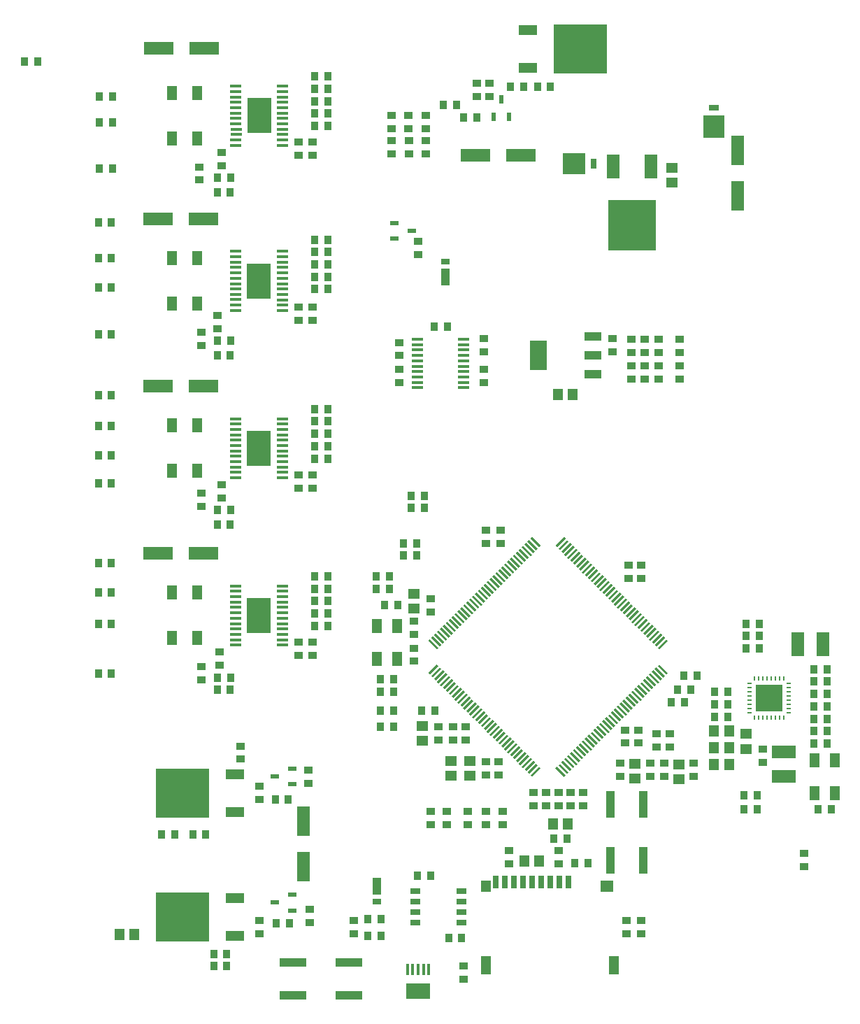
<source format=gtp>
G04 (created by PCBNEW (2013-05-18 BZR 4017)-stable) date Fri 16 Jan 2015 17:12:40 GMT*
%MOIN*%
G04 Gerber Fmt 3.4, Leading zero omitted, Abs format*
%FSLAX34Y34*%
G01*
G70*
G90*
G04 APERTURE LIST*
%ADD10C,0.00590551*%
%ADD11R,0.1142X0.0748*%
%ADD12R,0.0157X0.0531*%
%ADD13R,0.063X0.1181*%
%ADD14R,0.2283X0.2441*%
%ADD15R,0.0579X0.0165*%
%ADD16R,0.1181X0.1701*%
%ADD17R,0.0394X0.126*%
%ADD18R,0.126X0.0394*%
%ADD19R,0.0394X0.0236*%
%ADD20R,0.0236X0.0394*%
%ADD21R,0.08X0.144*%
%ADD22R,0.08X0.04*%
%ADD23R,0.1417X0.063*%
%ADD24R,0.063X0.1417*%
%ADD25R,0.0374X0.0394*%
%ADD26R,0.0394X0.0374*%
%ADD27R,0.0453X0.0709*%
%ADD28R,0.0453X0.0571*%
%ADD29R,0.0571X0.0453*%
%ADD30R,0.0906X0.0512*%
%ADD31R,0.2559X0.2323*%
%ADD32R,0.1142X0.0591*%
%ADD33R,0.0591X0.1142*%
%ADD34R,0.0433X0.0787*%
%ADD35R,0.0433X0.0315*%
%ADD36R,0.0472X0.0866*%
%ADD37R,0.0472X0.0551*%
%ADD38R,0.063X0.0551*%
%ADD39R,0.0276X0.063*%
%ADD40R,0.05X0.025*%
%ADD41R,0.0098X0.0236*%
%ADD42R,0.0236X0.0098*%
%ADD43R,0.1299X0.1299*%
%ADD44R,0.1X0.1051*%
%ADD45R,0.05X0.03*%
%ADD46R,0.1051X0.1*%
%ADD47R,0.03X0.05*%
%ADD48R,0.0472X0.0709*%
G04 APERTURE END LIST*
G54D10*
G54D11*
X19781Y787D03*
G54D12*
X19781Y1840D03*
X19525Y1840D03*
X19269Y1840D03*
X20037Y1840D03*
X20293Y1840D03*
G54D13*
X30890Y40115D03*
G54D14*
X29990Y37288D03*
G54D13*
X29090Y40115D03*
G54D15*
X13303Y34515D03*
X13303Y34771D03*
X13303Y35027D03*
X13303Y35283D03*
X11101Y33751D03*
X13303Y33747D03*
X13303Y34003D03*
X13303Y34259D03*
X11099Y35539D03*
X11099Y35283D03*
X11099Y35027D03*
X11099Y34771D03*
X11099Y34515D03*
X11099Y34259D03*
X13303Y35539D03*
X11101Y34003D03*
X13303Y33491D03*
X13303Y35795D03*
X11099Y35795D03*
X11099Y33491D03*
X13303Y33236D03*
X13303Y36050D03*
X11099Y36050D03*
X11099Y33236D03*
G54D16*
X12201Y34643D03*
G54D15*
X13302Y26542D03*
X13302Y26798D03*
X13302Y27054D03*
X13302Y27310D03*
X11100Y25778D03*
X13302Y25774D03*
X13302Y26030D03*
X13302Y26286D03*
X11098Y27566D03*
X11098Y27310D03*
X11098Y27054D03*
X11098Y26798D03*
X11098Y26542D03*
X11098Y26286D03*
X13302Y27566D03*
X11100Y26030D03*
X13302Y25518D03*
X13302Y27822D03*
X11098Y27822D03*
X11098Y25518D03*
X13302Y25263D03*
X13302Y28077D03*
X11098Y28077D03*
X11098Y25263D03*
G54D16*
X12200Y26670D03*
G54D15*
X13302Y18571D03*
X13302Y18827D03*
X13302Y19083D03*
X13302Y19339D03*
X11100Y17807D03*
X13302Y17803D03*
X13302Y18059D03*
X13302Y18315D03*
X11098Y19595D03*
X11098Y19339D03*
X11098Y19083D03*
X11098Y18827D03*
X11098Y18571D03*
X11098Y18315D03*
X13302Y19595D03*
X11100Y18059D03*
X13302Y17547D03*
X13302Y19851D03*
X11098Y19851D03*
X11098Y17547D03*
X13302Y17292D03*
X13302Y20106D03*
X11098Y20106D03*
X11098Y17292D03*
G54D16*
X12200Y18699D03*
G54D15*
X13304Y42391D03*
X13304Y42647D03*
X13304Y42903D03*
X13304Y43159D03*
X11102Y41627D03*
X13304Y41623D03*
X13304Y41879D03*
X13304Y42135D03*
X11100Y43415D03*
X11100Y43159D03*
X11100Y42903D03*
X11100Y42647D03*
X11100Y42391D03*
X11100Y42135D03*
X13304Y43415D03*
X11102Y41879D03*
X13304Y41367D03*
X13304Y43671D03*
X11100Y43671D03*
X11100Y41367D03*
X13304Y41112D03*
X13304Y43926D03*
X11100Y43926D03*
X11100Y41112D03*
G54D16*
X12202Y42519D03*
G54D15*
X19762Y30837D03*
X19762Y30581D03*
X19762Y30325D03*
X19762Y30069D03*
X21964Y31601D03*
X19762Y31605D03*
X19762Y31349D03*
X19762Y31093D03*
X21966Y29813D03*
X21966Y30069D03*
X21966Y30325D03*
X21966Y30581D03*
X21966Y30837D03*
X21966Y31093D03*
X19762Y29813D03*
X21964Y31349D03*
X19762Y31861D03*
X19762Y29557D03*
X21966Y29557D03*
X21966Y31861D03*
G54D17*
X30509Y7027D03*
X30509Y9705D03*
X28935Y9705D03*
X28935Y7027D03*
G54D18*
X13816Y591D03*
X16494Y591D03*
X16494Y2165D03*
X13816Y2165D03*
G54D19*
X13800Y4645D03*
X12968Y5020D03*
X13800Y5395D03*
X13800Y10649D03*
X12968Y11024D03*
X13800Y11399D03*
G54D20*
X23383Y42478D03*
X23758Y43310D03*
X24133Y42478D03*
G54D21*
X25509Y31106D03*
G54D22*
X28109Y31106D03*
X28109Y32006D03*
X28109Y30206D03*
G54D23*
X9577Y45748D03*
X7411Y45748D03*
X9546Y21654D03*
X7380Y21654D03*
X9546Y37598D03*
X7380Y37598D03*
X9546Y29626D03*
X7380Y29626D03*
G54D24*
X35029Y40855D03*
X35029Y38689D03*
G54D25*
X35411Y18307D03*
X36041Y18307D03*
X39288Y16142D03*
X38658Y16142D03*
X39288Y15551D03*
X38658Y15551D03*
X35411Y17717D03*
X36041Y17717D03*
X35411Y17126D03*
X36041Y17126D03*
X39288Y14370D03*
X38658Y14370D03*
X39288Y14961D03*
X38658Y14961D03*
X33934Y14469D03*
X34564Y14469D03*
X33934Y15059D03*
X34564Y15059D03*
X38658Y13189D03*
X39288Y13189D03*
G54D26*
X22600Y43423D03*
X22600Y44053D03*
X23200Y43423D03*
X23200Y44053D03*
X12202Y9921D03*
X12202Y10551D03*
X18896Y29803D03*
X18896Y30433D03*
X20372Y9370D03*
X20372Y8740D03*
G54D25*
X20096Y23819D03*
X19466Y23819D03*
G54D26*
X16731Y3524D03*
X16731Y4154D03*
G54D25*
X17990Y14173D03*
X18620Y14173D03*
X17990Y13386D03*
X18620Y13386D03*
X39289Y13780D03*
X38659Y13780D03*
X33934Y13878D03*
X34564Y13878D03*
G54D26*
X29722Y4154D03*
X29722Y3524D03*
X30411Y3524D03*
X30411Y4154D03*
G54D25*
X13601Y9942D03*
X12971Y9942D03*
X13640Y4016D03*
X13010Y4016D03*
G54D26*
X12222Y4154D03*
X12222Y3524D03*
X18896Y31713D03*
X18896Y31083D03*
G54D25*
X19703Y21555D03*
X19073Y21555D03*
G54D26*
X31159Y12441D03*
X31159Y13071D03*
G54D25*
X18423Y19980D03*
X17793Y19980D03*
X38856Y9449D03*
X39486Y9449D03*
X39289Y12598D03*
X38659Y12598D03*
X35313Y10138D03*
X35943Y10138D03*
X35313Y9449D03*
X35943Y9449D03*
X19703Y22146D03*
X19073Y22146D03*
X20096Y24409D03*
X19466Y24409D03*
G54D26*
X31789Y12441D03*
X31789Y13071D03*
G54D25*
X18423Y20571D03*
X17793Y20571D03*
G54D26*
X9447Y31575D03*
X9447Y32205D03*
G54D25*
X15470Y35433D03*
X14840Y35433D03*
X14841Y34839D03*
X15471Y34839D03*
X18620Y15650D03*
X17990Y15650D03*
X14840Y34252D03*
X15470Y34252D03*
G54D26*
X14762Y33382D03*
X14762Y32752D03*
G54D25*
X14840Y36024D03*
X15470Y36024D03*
G54D26*
X14073Y32752D03*
X14073Y33382D03*
X9447Y15630D03*
X9447Y16260D03*
G54D25*
X15470Y19390D03*
X14840Y19390D03*
X14839Y18796D03*
X15469Y18796D03*
G54D26*
X21159Y9370D03*
X21159Y8740D03*
G54D25*
X14840Y18209D03*
X15470Y18209D03*
G54D26*
X14760Y17438D03*
X14760Y16808D03*
G54D25*
X14840Y19980D03*
X15470Y19980D03*
G54D26*
X14071Y16808D03*
X14071Y17438D03*
X9348Y39449D03*
X9348Y40079D03*
G54D25*
X15470Y43209D03*
X14840Y43209D03*
X14842Y42617D03*
X15472Y42617D03*
X14840Y42028D03*
X15470Y42028D03*
G54D26*
X14763Y41258D03*
X14763Y40628D03*
G54D25*
X14840Y43799D03*
X15470Y43799D03*
G54D26*
X14074Y40628D03*
X14074Y41258D03*
X9447Y23898D03*
X9447Y24528D03*
G54D25*
X15470Y27362D03*
X14840Y27362D03*
X14840Y26768D03*
X15470Y26768D03*
X14840Y26181D03*
X15470Y26181D03*
G54D26*
X14761Y25410D03*
X14761Y24780D03*
G54D25*
X14840Y27953D03*
X15470Y27953D03*
G54D26*
X14072Y24780D03*
X14072Y25410D03*
X22144Y9370D03*
X22144Y8740D03*
G54D27*
X9250Y41437D03*
X8068Y41437D03*
G54D28*
X33895Y12402D03*
X34603Y12402D03*
X33895Y13189D03*
X34603Y13189D03*
G54D25*
X17400Y3445D03*
X18015Y3445D03*
G54D29*
X35431Y13052D03*
X35431Y12344D03*
G54D28*
X26435Y29248D03*
X27143Y29248D03*
G54D27*
X9250Y25591D03*
X8068Y25591D03*
X9250Y27756D03*
X8068Y27756D03*
X9250Y43602D03*
X8068Y43602D03*
X9250Y33563D03*
X8068Y33563D03*
X9250Y17618D03*
X8068Y17618D03*
X9250Y35728D03*
X8068Y35728D03*
X9250Y19783D03*
X8068Y19783D03*
G54D26*
X22932Y31279D03*
X22932Y31909D03*
G54D30*
X11063Y3431D03*
G54D31*
X8563Y4331D03*
G54D30*
X11063Y5231D03*
X11061Y9336D03*
G54D31*
X8561Y10236D03*
G54D30*
X11061Y11136D03*
X25018Y46609D03*
G54D31*
X27518Y45709D03*
G54D30*
X25018Y44809D03*
G54D25*
X8187Y8268D03*
X7557Y8268D03*
X10667Y2003D03*
X10037Y2003D03*
X24821Y43898D03*
X24191Y43898D03*
X10052Y2578D03*
X10667Y2578D03*
X9663Y8268D03*
X9048Y8268D03*
X26100Y43898D03*
X25485Y43898D03*
G54D26*
X22932Y30432D03*
X22932Y29802D03*
X36218Y12323D03*
X36218Y11693D03*
G54D32*
X37203Y12205D03*
X37203Y11023D03*
G54D33*
X37891Y17323D03*
X39073Y17323D03*
G54D28*
X34604Y11614D03*
X33896Y11614D03*
G54D25*
X10844Y31791D03*
X10214Y31791D03*
X10844Y39567D03*
X10214Y39567D03*
X10844Y15748D03*
X10214Y15748D03*
X10844Y23720D03*
X10214Y23720D03*
X10214Y31102D03*
X10829Y31102D03*
X10214Y38878D03*
X10829Y38878D03*
X10214Y15157D03*
X10829Y15157D03*
X10214Y23031D03*
X10829Y23031D03*
X14840Y28543D03*
X15470Y28543D03*
X14840Y44390D03*
X15470Y44390D03*
X14840Y36614D03*
X15470Y36614D03*
X14840Y20571D03*
X15470Y20571D03*
G54D28*
X25549Y6988D03*
X24841Y6988D03*
G54D34*
X17813Y5807D03*
G54D35*
X17813Y5059D03*
G54D36*
X23030Y2027D03*
X29132Y2027D03*
G54D37*
X23030Y5807D03*
G54D38*
X28778Y5807D03*
G54D39*
X26947Y6004D03*
X26514Y6004D03*
X26081Y6004D03*
X25648Y6004D03*
X25215Y6004D03*
X24782Y6004D03*
X24349Y6004D03*
X23916Y6004D03*
X23483Y6004D03*
G54D26*
X32911Y11024D03*
X32911Y11654D03*
X30864Y11024D03*
X30864Y11654D03*
G54D25*
X18187Y19193D03*
X18817Y19193D03*
G54D26*
X27655Y10256D03*
X27655Y9626D03*
G54D25*
X26258Y8071D03*
X26888Y8071D03*
G54D26*
X20766Y13406D03*
X20766Y12776D03*
G54D10*
G36*
X25553Y21954D02*
X25135Y22372D01*
X25213Y22450D01*
X25631Y22032D01*
X25553Y21954D01*
X25553Y21954D01*
G37*
G36*
X25414Y21815D02*
X24996Y22232D01*
X25074Y22310D01*
X25492Y21892D01*
X25414Y21815D01*
X25414Y21815D01*
G37*
G36*
X25275Y21675D02*
X24857Y22093D01*
X24935Y22171D01*
X25353Y21753D01*
X25275Y21675D01*
X25275Y21675D01*
G37*
G36*
X25135Y21536D02*
X24718Y21954D01*
X24795Y22032D01*
X25213Y21614D01*
X25135Y21536D01*
X25135Y21536D01*
G37*
G36*
X24996Y21397D02*
X24578Y21815D01*
X24656Y21892D01*
X25074Y21474D01*
X24996Y21397D01*
X24996Y21397D01*
G37*
G36*
X24858Y21258D02*
X24440Y21676D01*
X24517Y21754D01*
X24935Y21336D01*
X24858Y21258D01*
X24858Y21258D01*
G37*
G36*
X24718Y21119D02*
X24300Y21537D01*
X24378Y21614D01*
X24796Y21197D01*
X24718Y21119D01*
X24718Y21119D01*
G37*
G36*
X24579Y20979D02*
X24161Y21397D01*
X24239Y21475D01*
X24657Y21057D01*
X24579Y20979D01*
X24579Y20979D01*
G37*
G36*
X24440Y20840D02*
X24022Y21258D01*
X24100Y21336D01*
X24517Y20918D01*
X24440Y20840D01*
X24440Y20840D01*
G37*
G36*
X24300Y20701D02*
X23882Y21119D01*
X23960Y21197D01*
X24378Y20779D01*
X24300Y20701D01*
X24300Y20701D01*
G37*
G36*
X24161Y20562D02*
X23743Y20979D01*
X23821Y21057D01*
X24239Y20639D01*
X24161Y20562D01*
X24161Y20562D01*
G37*
G36*
X24022Y20423D02*
X23605Y20841D01*
X23682Y20919D01*
X24100Y20501D01*
X24022Y20423D01*
X24022Y20423D01*
G37*
G36*
X23883Y20284D02*
X23465Y20702D01*
X23543Y20779D01*
X23961Y20361D01*
X23883Y20284D01*
X23883Y20284D01*
G37*
G36*
X23744Y20144D02*
X23326Y20562D01*
X23404Y20640D01*
X23822Y20222D01*
X23744Y20144D01*
X23744Y20144D01*
G37*
G36*
X23605Y20005D02*
X23187Y20423D01*
X23264Y20501D01*
X23682Y20083D01*
X23605Y20005D01*
X23605Y20005D01*
G37*
G36*
X23465Y19866D02*
X23047Y20284D01*
X23125Y20361D01*
X23543Y19944D01*
X23465Y19866D01*
X23465Y19866D01*
G37*
G36*
X23326Y19726D02*
X22908Y20144D01*
X22986Y20222D01*
X23404Y19804D01*
X23326Y19726D01*
X23326Y19726D01*
G37*
G36*
X23187Y19587D02*
X22769Y20005D01*
X22847Y20083D01*
X23264Y19665D01*
X23187Y19587D01*
X23187Y19587D01*
G37*
G36*
X23048Y19449D02*
X22630Y19866D01*
X22708Y19944D01*
X23126Y19526D01*
X23048Y19449D01*
X23048Y19449D01*
G37*
G36*
X22909Y19309D02*
X22491Y19727D01*
X22569Y19805D01*
X22987Y19387D01*
X22909Y19309D01*
X22909Y19309D01*
G37*
G36*
X22769Y19170D02*
X22352Y19588D01*
X22429Y19666D01*
X22847Y19248D01*
X22769Y19170D01*
X22769Y19170D01*
G37*
G36*
X22630Y19031D02*
X22212Y19449D01*
X22290Y19526D01*
X22708Y19108D01*
X22630Y19031D01*
X22630Y19031D01*
G37*
G36*
X22491Y18891D02*
X22073Y19309D01*
X22151Y19387D01*
X22569Y18969D01*
X22491Y18891D01*
X22491Y18891D01*
G37*
G36*
X22352Y18752D02*
X21934Y19170D01*
X22011Y19248D01*
X22429Y18830D01*
X22352Y18752D01*
X22352Y18752D01*
G37*
G36*
X22212Y18613D02*
X21794Y19031D01*
X21872Y19108D01*
X22290Y18691D01*
X22212Y18613D01*
X22212Y18613D01*
G37*
G36*
X22074Y18474D02*
X21656Y18892D01*
X21734Y18970D01*
X22151Y18552D01*
X22074Y18474D01*
X22074Y18474D01*
G37*
G36*
X21934Y18335D02*
X21516Y18753D01*
X21594Y18831D01*
X22012Y18413D01*
X21934Y18335D01*
X21934Y18335D01*
G37*
G36*
X21795Y18196D02*
X21377Y18613D01*
X21455Y18691D01*
X21873Y18273D01*
X21795Y18196D01*
X21795Y18196D01*
G37*
G36*
X21656Y18056D02*
X21238Y18474D01*
X21316Y18552D01*
X21734Y18134D01*
X21656Y18056D01*
X21656Y18056D01*
G37*
G36*
X21516Y17917D02*
X21099Y18335D01*
X21176Y18413D01*
X21594Y17995D01*
X21516Y17917D01*
X21516Y17917D01*
G37*
G36*
X21377Y17778D02*
X20959Y18196D01*
X21037Y18273D01*
X21455Y17855D01*
X21377Y17778D01*
X21377Y17778D01*
G37*
G36*
X21239Y17639D02*
X20821Y18057D01*
X20898Y18135D01*
X21316Y17717D01*
X21239Y17639D01*
X21239Y17639D01*
G37*
G36*
X21099Y17500D02*
X20681Y17918D01*
X20759Y17995D01*
X21177Y17578D01*
X21099Y17500D01*
X21099Y17500D01*
G37*
G36*
X20960Y17360D02*
X20542Y17778D01*
X20620Y17856D01*
X21038Y17438D01*
X20960Y17360D01*
X20960Y17360D01*
G37*
G36*
X20821Y17221D02*
X20403Y17639D01*
X20481Y17717D01*
X20898Y17299D01*
X20821Y17221D01*
X20821Y17221D01*
G37*
G36*
X20681Y17082D02*
X20263Y17500D01*
X20341Y17578D01*
X20759Y17160D01*
X20681Y17082D01*
X20681Y17082D01*
G37*
G36*
X26750Y11013D02*
X26332Y11431D01*
X26410Y11509D01*
X26828Y11091D01*
X26750Y11013D01*
X26750Y11013D01*
G37*
G36*
X26889Y11153D02*
X26471Y11571D01*
X26549Y11648D01*
X26967Y11231D01*
X26889Y11153D01*
X26889Y11153D01*
G37*
G36*
X27028Y11292D02*
X26610Y11710D01*
X26688Y11788D01*
X27106Y11370D01*
X27028Y11292D01*
X27028Y11292D01*
G37*
G36*
X27168Y11431D02*
X26750Y11849D01*
X26828Y11927D01*
X27245Y11509D01*
X27168Y11431D01*
X27168Y11431D01*
G37*
G36*
X27307Y11571D02*
X26889Y11989D01*
X26967Y12066D01*
X27385Y11648D01*
X27307Y11571D01*
X27307Y11571D01*
G37*
G36*
X27446Y11709D02*
X27028Y12127D01*
X27105Y12205D01*
X27523Y11787D01*
X27446Y11709D01*
X27446Y11709D01*
G37*
G36*
X27585Y11849D02*
X27167Y12266D01*
X27245Y12344D01*
X27663Y11926D01*
X27585Y11849D01*
X27585Y11849D01*
G37*
G36*
X27724Y11988D02*
X27306Y12406D01*
X27384Y12484D01*
X27802Y12066D01*
X27724Y11988D01*
X27724Y11988D01*
G37*
G36*
X27863Y12127D02*
X27446Y12545D01*
X27523Y12623D01*
X27941Y12205D01*
X27863Y12127D01*
X27863Y12127D01*
G37*
G36*
X28003Y12266D02*
X27585Y12684D01*
X27663Y12762D01*
X28081Y12344D01*
X28003Y12266D01*
X28003Y12266D01*
G37*
G36*
X28142Y12406D02*
X27724Y12824D01*
X27802Y12901D01*
X28220Y12484D01*
X28142Y12406D01*
X28142Y12406D01*
G37*
G36*
X28281Y12544D02*
X27863Y12962D01*
X27941Y13040D01*
X28358Y12622D01*
X28281Y12544D01*
X28281Y12544D01*
G37*
G36*
X28420Y12684D02*
X28002Y13102D01*
X28080Y13179D01*
X28498Y12761D01*
X28420Y12684D01*
X28420Y12684D01*
G37*
G36*
X28559Y12823D02*
X28141Y13241D01*
X28219Y13319D01*
X28637Y12901D01*
X28559Y12823D01*
X28559Y12823D01*
G37*
G36*
X28699Y12962D02*
X28281Y13380D01*
X28358Y13458D01*
X28776Y13040D01*
X28699Y12962D01*
X28699Y12962D01*
G37*
G36*
X28838Y13102D02*
X28420Y13519D01*
X28498Y13597D01*
X28916Y13179D01*
X28838Y13102D01*
X28838Y13102D01*
G37*
G36*
X28977Y13241D02*
X28559Y13659D01*
X28637Y13737D01*
X29055Y13319D01*
X28977Y13241D01*
X28977Y13241D01*
G37*
G36*
X29116Y13380D02*
X28699Y13798D01*
X28776Y13876D01*
X29194Y13458D01*
X29116Y13380D01*
X29116Y13380D01*
G37*
G36*
X29255Y13519D02*
X28837Y13937D01*
X28915Y14014D01*
X29333Y13597D01*
X29255Y13519D01*
X29255Y13519D01*
G37*
G36*
X29394Y13658D02*
X28976Y14076D01*
X29054Y14154D01*
X29472Y13736D01*
X29394Y13658D01*
X29394Y13658D01*
G37*
G36*
X29534Y13797D02*
X29116Y14215D01*
X29194Y14293D01*
X29611Y13875D01*
X29534Y13797D01*
X29534Y13797D01*
G37*
G36*
X29673Y13937D02*
X29255Y14355D01*
X29333Y14432D01*
X29751Y14014D01*
X29673Y13937D01*
X29673Y13937D01*
G37*
G36*
X29812Y14076D02*
X29394Y14494D01*
X29472Y14572D01*
X29890Y14154D01*
X29812Y14076D01*
X29812Y14076D01*
G37*
G36*
X29952Y14215D02*
X29534Y14633D01*
X29611Y14711D01*
X30029Y14293D01*
X29952Y14215D01*
X29952Y14215D01*
G37*
G36*
X30091Y14355D02*
X29673Y14772D01*
X29751Y14850D01*
X30169Y14432D01*
X30091Y14355D01*
X30091Y14355D01*
G37*
G36*
X30229Y14493D02*
X29812Y14911D01*
X29889Y14989D01*
X30307Y14571D01*
X30229Y14493D01*
X30229Y14493D01*
G37*
G36*
X30369Y14632D02*
X29951Y15050D01*
X30029Y15128D01*
X30447Y14710D01*
X30369Y14632D01*
X30369Y14632D01*
G37*
G36*
X30508Y14772D02*
X30090Y15190D01*
X30168Y15267D01*
X30586Y14850D01*
X30508Y14772D01*
X30508Y14772D01*
G37*
G36*
X30647Y14911D02*
X30229Y15329D01*
X30307Y15407D01*
X30725Y14989D01*
X30647Y14911D01*
X30647Y14911D01*
G37*
G36*
X30787Y15050D02*
X30369Y15468D01*
X30447Y15546D01*
X30864Y15128D01*
X30787Y15050D01*
X30787Y15050D01*
G37*
G36*
X30926Y15190D02*
X30508Y15608D01*
X30586Y15685D01*
X31004Y15267D01*
X30926Y15190D01*
X30926Y15190D01*
G37*
G36*
X31065Y15328D02*
X30647Y15746D01*
X30724Y15824D01*
X31142Y15406D01*
X31065Y15328D01*
X31065Y15328D01*
G37*
G36*
X31204Y15468D02*
X30786Y15885D01*
X30864Y15963D01*
X31282Y15545D01*
X31204Y15468D01*
X31204Y15468D01*
G37*
G36*
X31343Y15607D02*
X30925Y16025D01*
X31003Y16103D01*
X31421Y15685D01*
X31343Y15607D01*
X31343Y15607D01*
G37*
G36*
X31482Y15746D02*
X31065Y16164D01*
X31142Y16242D01*
X31560Y15824D01*
X31482Y15746D01*
X31482Y15746D01*
G37*
G36*
X31622Y15885D02*
X31204Y16303D01*
X31282Y16381D01*
X31700Y15963D01*
X31622Y15885D01*
X31622Y15885D01*
G37*
G36*
X20341Y15885D02*
X20263Y15963D01*
X20681Y16381D01*
X20759Y16303D01*
X20341Y15885D01*
X20341Y15885D01*
G37*
G36*
X20481Y15746D02*
X20403Y15824D01*
X20821Y16242D01*
X20898Y16164D01*
X20481Y15746D01*
X20481Y15746D01*
G37*
G36*
X20620Y15607D02*
X20542Y15685D01*
X20960Y16103D01*
X21038Y16025D01*
X20620Y15607D01*
X20620Y15607D01*
G37*
G36*
X20759Y15468D02*
X20681Y15545D01*
X21099Y15963D01*
X21177Y15885D01*
X20759Y15468D01*
X20759Y15468D01*
G37*
G36*
X20898Y15328D02*
X20821Y15406D01*
X21239Y15824D01*
X21316Y15746D01*
X20898Y15328D01*
X20898Y15328D01*
G37*
G36*
X21037Y15190D02*
X20959Y15267D01*
X21377Y15685D01*
X21455Y15608D01*
X21037Y15190D01*
X21037Y15190D01*
G37*
G36*
X21176Y15050D02*
X21099Y15128D01*
X21516Y15546D01*
X21594Y15468D01*
X21176Y15050D01*
X21176Y15050D01*
G37*
G36*
X21316Y14911D02*
X21238Y14989D01*
X21656Y15407D01*
X21734Y15329D01*
X21316Y14911D01*
X21316Y14911D01*
G37*
G36*
X21455Y14772D02*
X21377Y14850D01*
X21795Y15267D01*
X21873Y15190D01*
X21455Y14772D01*
X21455Y14772D01*
G37*
G36*
X21594Y14632D02*
X21516Y14710D01*
X21934Y15128D01*
X22012Y15050D01*
X21594Y14632D01*
X21594Y14632D01*
G37*
G36*
X21734Y14493D02*
X21656Y14571D01*
X22074Y14989D01*
X22151Y14911D01*
X21734Y14493D01*
X21734Y14493D01*
G37*
G36*
X21872Y14355D02*
X21794Y14432D01*
X22212Y14850D01*
X22290Y14772D01*
X21872Y14355D01*
X21872Y14355D01*
G37*
G36*
X22011Y14215D02*
X21934Y14293D01*
X22352Y14711D01*
X22429Y14633D01*
X22011Y14215D01*
X22011Y14215D01*
G37*
G36*
X22151Y14076D02*
X22073Y14154D01*
X22491Y14572D01*
X22569Y14494D01*
X22151Y14076D01*
X22151Y14076D01*
G37*
G36*
X22290Y13937D02*
X22212Y14014D01*
X22630Y14432D01*
X22708Y14355D01*
X22290Y13937D01*
X22290Y13937D01*
G37*
G36*
X22429Y13797D02*
X22352Y13875D01*
X22769Y14293D01*
X22847Y14215D01*
X22429Y13797D01*
X22429Y13797D01*
G37*
G36*
X22569Y13658D02*
X22491Y13736D01*
X22909Y14154D01*
X22987Y14076D01*
X22569Y13658D01*
X22569Y13658D01*
G37*
G36*
X22708Y13519D02*
X22630Y13597D01*
X23048Y14014D01*
X23126Y13937D01*
X22708Y13519D01*
X22708Y13519D01*
G37*
G36*
X22847Y13380D02*
X22769Y13458D01*
X23187Y13876D01*
X23264Y13798D01*
X22847Y13380D01*
X22847Y13380D01*
G37*
G36*
X22986Y13241D02*
X22908Y13319D01*
X23326Y13737D01*
X23404Y13659D01*
X22986Y13241D01*
X22986Y13241D01*
G37*
G36*
X23125Y13102D02*
X23047Y13179D01*
X23465Y13597D01*
X23543Y13519D01*
X23125Y13102D01*
X23125Y13102D01*
G37*
G36*
X23264Y12962D02*
X23187Y13040D01*
X23605Y13458D01*
X23682Y13380D01*
X23264Y12962D01*
X23264Y12962D01*
G37*
G36*
X23404Y12823D02*
X23326Y12901D01*
X23744Y13319D01*
X23822Y13241D01*
X23404Y12823D01*
X23404Y12823D01*
G37*
G36*
X23543Y12684D02*
X23465Y12761D01*
X23883Y13179D01*
X23961Y13102D01*
X23543Y12684D01*
X23543Y12684D01*
G37*
G36*
X23682Y12544D02*
X23605Y12622D01*
X24022Y13040D01*
X24100Y12962D01*
X23682Y12544D01*
X23682Y12544D01*
G37*
G36*
X23821Y12406D02*
X23743Y12484D01*
X24161Y12901D01*
X24239Y12824D01*
X23821Y12406D01*
X23821Y12406D01*
G37*
G36*
X23960Y12266D02*
X23882Y12344D01*
X24300Y12762D01*
X24378Y12684D01*
X23960Y12266D01*
X23960Y12266D01*
G37*
G36*
X24100Y12127D02*
X24022Y12205D01*
X24440Y12623D01*
X24517Y12545D01*
X24100Y12127D01*
X24100Y12127D01*
G37*
G36*
X24239Y11988D02*
X24161Y12066D01*
X24579Y12484D01*
X24657Y12406D01*
X24239Y11988D01*
X24239Y11988D01*
G37*
G36*
X24378Y11849D02*
X24300Y11926D01*
X24718Y12344D01*
X24796Y12266D01*
X24378Y11849D01*
X24378Y11849D01*
G37*
G36*
X24517Y11709D02*
X24440Y11787D01*
X24858Y12205D01*
X24935Y12127D01*
X24517Y11709D01*
X24517Y11709D01*
G37*
G36*
X24656Y11571D02*
X24578Y11648D01*
X24996Y12066D01*
X25074Y11989D01*
X24656Y11571D01*
X24656Y11571D01*
G37*
G36*
X24795Y11431D02*
X24718Y11509D01*
X25135Y11927D01*
X25213Y11849D01*
X24795Y11431D01*
X24795Y11431D01*
G37*
G36*
X24935Y11292D02*
X24857Y11370D01*
X25275Y11788D01*
X25353Y11710D01*
X24935Y11292D01*
X24935Y11292D01*
G37*
G36*
X25074Y11153D02*
X24996Y11231D01*
X25414Y11648D01*
X25492Y11571D01*
X25074Y11153D01*
X25074Y11153D01*
G37*
G36*
X25213Y11013D02*
X25135Y11091D01*
X25553Y11509D01*
X25631Y11431D01*
X25213Y11013D01*
X25213Y11013D01*
G37*
G36*
X31282Y17082D02*
X31204Y17160D01*
X31622Y17578D01*
X31700Y17500D01*
X31282Y17082D01*
X31282Y17082D01*
G37*
G36*
X31142Y17221D02*
X31065Y17299D01*
X31482Y17717D01*
X31560Y17639D01*
X31142Y17221D01*
X31142Y17221D01*
G37*
G36*
X31003Y17360D02*
X30925Y17438D01*
X31343Y17856D01*
X31421Y17778D01*
X31003Y17360D01*
X31003Y17360D01*
G37*
G36*
X30864Y17500D02*
X30786Y17578D01*
X31204Y17995D01*
X31282Y17918D01*
X30864Y17500D01*
X30864Y17500D01*
G37*
G36*
X30724Y17639D02*
X30647Y17717D01*
X31065Y18135D01*
X31142Y18057D01*
X30724Y17639D01*
X30724Y17639D01*
G37*
G36*
X30586Y17778D02*
X30508Y17855D01*
X30926Y18273D01*
X31004Y18196D01*
X30586Y17778D01*
X30586Y17778D01*
G37*
G36*
X30447Y17917D02*
X30369Y17995D01*
X30787Y18413D01*
X30864Y18335D01*
X30447Y17917D01*
X30447Y17917D01*
G37*
G36*
X30307Y18056D02*
X30229Y18134D01*
X30647Y18552D01*
X30725Y18474D01*
X30307Y18056D01*
X30307Y18056D01*
G37*
G36*
X30168Y18196D02*
X30090Y18273D01*
X30508Y18691D01*
X30586Y18613D01*
X30168Y18196D01*
X30168Y18196D01*
G37*
G36*
X30029Y18335D02*
X29951Y18413D01*
X30369Y18831D01*
X30447Y18753D01*
X30029Y18335D01*
X30029Y18335D01*
G37*
G36*
X29889Y18474D02*
X29812Y18552D01*
X30229Y18970D01*
X30307Y18892D01*
X29889Y18474D01*
X29889Y18474D01*
G37*
G36*
X29751Y18613D02*
X29673Y18691D01*
X30091Y19108D01*
X30169Y19031D01*
X29751Y18613D01*
X29751Y18613D01*
G37*
G36*
X29611Y18752D02*
X29534Y18830D01*
X29952Y19248D01*
X30029Y19170D01*
X29611Y18752D01*
X29611Y18752D01*
G37*
G36*
X29472Y18891D02*
X29394Y18969D01*
X29812Y19387D01*
X29890Y19309D01*
X29472Y18891D01*
X29472Y18891D01*
G37*
G36*
X29333Y19031D02*
X29255Y19108D01*
X29673Y19526D01*
X29751Y19449D01*
X29333Y19031D01*
X29333Y19031D01*
G37*
G36*
X29194Y19170D02*
X29116Y19248D01*
X29534Y19666D01*
X29611Y19588D01*
X29194Y19170D01*
X29194Y19170D01*
G37*
G36*
X29054Y19309D02*
X28976Y19387D01*
X29394Y19805D01*
X29472Y19727D01*
X29054Y19309D01*
X29054Y19309D01*
G37*
G36*
X28915Y19449D02*
X28837Y19526D01*
X29255Y19944D01*
X29333Y19866D01*
X28915Y19449D01*
X28915Y19449D01*
G37*
G36*
X28776Y19587D02*
X28699Y19665D01*
X29116Y20083D01*
X29194Y20005D01*
X28776Y19587D01*
X28776Y19587D01*
G37*
G36*
X28637Y19726D02*
X28559Y19804D01*
X28977Y20222D01*
X29055Y20144D01*
X28637Y19726D01*
X28637Y19726D01*
G37*
G36*
X28498Y19866D02*
X28420Y19944D01*
X28838Y20361D01*
X28916Y20284D01*
X28498Y19866D01*
X28498Y19866D01*
G37*
G36*
X28358Y20005D02*
X28281Y20083D01*
X28699Y20501D01*
X28776Y20423D01*
X28358Y20005D01*
X28358Y20005D01*
G37*
G36*
X28219Y20144D02*
X28141Y20222D01*
X28559Y20640D01*
X28637Y20562D01*
X28219Y20144D01*
X28219Y20144D01*
G37*
G36*
X28080Y20284D02*
X28002Y20361D01*
X28420Y20779D01*
X28498Y20702D01*
X28080Y20284D01*
X28080Y20284D01*
G37*
G36*
X27941Y20423D02*
X27863Y20501D01*
X28281Y20919D01*
X28358Y20841D01*
X27941Y20423D01*
X27941Y20423D01*
G37*
G36*
X27802Y20562D02*
X27724Y20639D01*
X28142Y21057D01*
X28220Y20979D01*
X27802Y20562D01*
X27802Y20562D01*
G37*
G36*
X27663Y20701D02*
X27585Y20779D01*
X28003Y21197D01*
X28081Y21119D01*
X27663Y20701D01*
X27663Y20701D01*
G37*
G36*
X27523Y20840D02*
X27446Y20918D01*
X27863Y21336D01*
X27941Y21258D01*
X27523Y20840D01*
X27523Y20840D01*
G37*
G36*
X27384Y20979D02*
X27306Y21057D01*
X27724Y21475D01*
X27802Y21397D01*
X27384Y20979D01*
X27384Y20979D01*
G37*
G36*
X27245Y21119D02*
X27167Y21197D01*
X27585Y21614D01*
X27663Y21537D01*
X27245Y21119D01*
X27245Y21119D01*
G37*
G36*
X27105Y21258D02*
X27028Y21336D01*
X27446Y21754D01*
X27523Y21676D01*
X27105Y21258D01*
X27105Y21258D01*
G37*
G36*
X26967Y21397D02*
X26889Y21474D01*
X27307Y21892D01*
X27385Y21815D01*
X26967Y21397D01*
X26967Y21397D01*
G37*
G36*
X26828Y21536D02*
X26750Y21614D01*
X27168Y22032D01*
X27245Y21954D01*
X26828Y21536D01*
X26828Y21536D01*
G37*
G36*
X26688Y21675D02*
X26610Y21753D01*
X27028Y22171D01*
X27106Y22093D01*
X26688Y21675D01*
X26688Y21675D01*
G37*
G36*
X26549Y21815D02*
X26471Y21892D01*
X26889Y22310D01*
X26967Y22232D01*
X26549Y21815D01*
X26549Y21815D01*
G37*
G36*
X26410Y21954D02*
X26332Y22032D01*
X26750Y22450D01*
X26828Y22372D01*
X26410Y21954D01*
X26410Y21954D01*
G37*
G54D29*
X21356Y11771D03*
X21356Y11063D03*
X19585Y19036D03*
X19585Y19744D03*
G54D28*
X26219Y8760D03*
X26927Y8760D03*
G54D29*
X19978Y13445D03*
X19978Y12737D03*
X30116Y11634D03*
X30116Y10926D03*
X32222Y11614D03*
X32222Y10906D03*
G54D25*
X31868Y14567D03*
X32498Y14567D03*
X18030Y4232D03*
X17400Y4232D03*
G54D26*
X19585Y17795D03*
X19585Y18425D03*
X19585Y17146D03*
X19585Y16516D03*
X23620Y11732D03*
X23620Y11102D03*
G54D25*
X32163Y15157D03*
X32793Y15157D03*
G54D26*
X29821Y20453D03*
X29821Y21083D03*
X30411Y20453D03*
X30411Y21083D03*
X21455Y13406D03*
X21455Y12776D03*
X23029Y11732D03*
X23029Y11102D03*
X22045Y13406D03*
X22045Y12776D03*
X20372Y18878D03*
X20372Y19508D03*
X23029Y22126D03*
X23029Y22756D03*
G54D25*
X18620Y15059D03*
X17990Y15059D03*
G54D26*
X27065Y10256D03*
X27065Y9626D03*
X23029Y9370D03*
X23029Y8740D03*
X25884Y10256D03*
X25884Y9626D03*
X23718Y22126D03*
X23718Y22756D03*
G54D25*
X20588Y14173D03*
X19958Y14173D03*
G54D26*
X26474Y9626D03*
X26474Y10256D03*
G54D29*
X22242Y11771D03*
X22242Y11063D03*
G54D25*
X20550Y32480D03*
X21180Y32480D03*
G54D40*
X21866Y4073D03*
X21866Y4573D03*
X21866Y5073D03*
X21866Y5573D03*
X19666Y5573D03*
X19666Y5073D03*
X19666Y4573D03*
X19666Y4073D03*
G54D25*
X21238Y3346D03*
X21868Y3346D03*
X19762Y6299D03*
X20392Y6299D03*
G54D26*
X19781Y36535D03*
X19781Y35905D03*
X20155Y41319D03*
X20155Y40689D03*
X19348Y41319D03*
X19348Y40689D03*
G54D41*
X35826Y13820D03*
X36023Y13820D03*
X36220Y13820D03*
X36417Y13820D03*
X36613Y13820D03*
X36810Y13820D03*
X37007Y13820D03*
X37204Y13820D03*
G54D42*
X37460Y14862D03*
X37460Y15058D03*
X37460Y15255D03*
X37460Y15452D03*
G54D43*
X36514Y14764D03*
G54D42*
X37460Y14075D03*
X37460Y14272D03*
X37460Y14469D03*
X37460Y14665D03*
G54D41*
X37202Y15708D03*
X37005Y15709D03*
X36809Y15709D03*
X36612Y15709D03*
X36415Y15709D03*
X36218Y15709D03*
X36021Y15709D03*
X35824Y15709D03*
G54D42*
X35569Y15453D03*
X35569Y15256D03*
X35569Y15059D03*
X35569Y14863D03*
X35569Y14666D03*
X35569Y14469D03*
X35569Y14272D03*
X35569Y14075D03*
G54D25*
X5165Y29188D03*
X4535Y29188D03*
G54D44*
X33896Y41988D03*
G54D45*
X33896Y42914D03*
G54D46*
X27230Y40228D03*
G54D47*
X28156Y40228D03*
G54D26*
X10234Y32362D03*
X10234Y32992D03*
X10431Y40138D03*
X10431Y40768D03*
X10333Y16319D03*
X10333Y16949D03*
X10431Y24291D03*
X10431Y24921D03*
G54D48*
X38699Y11811D03*
X38699Y10237D03*
X39643Y10237D03*
X39643Y11811D03*
X18777Y16634D03*
X18777Y18208D03*
X17833Y18208D03*
X17833Y16634D03*
G54D26*
X25293Y10256D03*
X25293Y9626D03*
X23817Y9370D03*
X23817Y8740D03*
G54D25*
X27242Y6890D03*
X27872Y6890D03*
G54D26*
X26474Y6870D03*
X26474Y7500D03*
G54D25*
X32458Y15846D03*
X33088Y15846D03*
G54D26*
X24112Y6870D03*
X24112Y7500D03*
G54D19*
X18643Y37415D03*
X19475Y37040D03*
X18643Y36665D03*
G54D34*
X21079Y34830D03*
G54D35*
X21079Y35578D03*
G54D25*
X22596Y42441D03*
X21966Y42441D03*
G54D26*
X14565Y10709D03*
X14565Y11339D03*
X14604Y4055D03*
X14604Y4685D03*
X38187Y6732D03*
X38187Y7362D03*
X21966Y1378D03*
X21966Y2008D03*
X31514Y11024D03*
X31514Y11654D03*
X29407Y11024D03*
X29407Y11654D03*
X20155Y41909D03*
X20155Y42524D03*
X19329Y41909D03*
X19329Y42524D03*
X18522Y41909D03*
X18522Y42524D03*
G54D23*
X22517Y40638D03*
X24683Y40638D03*
G54D24*
X14329Y8898D03*
X14329Y6732D03*
G54D25*
X5165Y34338D03*
X4535Y34338D03*
X5215Y42188D03*
X4585Y42188D03*
X4585Y39988D03*
X5215Y39988D03*
X5165Y37438D03*
X4535Y37438D03*
X4535Y35738D03*
X5165Y35738D03*
X21615Y43038D03*
X20985Y43038D03*
X4535Y32088D03*
X5165Y32088D03*
X5165Y21188D03*
X4535Y21188D03*
X4535Y19788D03*
X5165Y19788D03*
X5165Y18288D03*
X4535Y18288D03*
X4535Y15938D03*
X5165Y15938D03*
X4585Y43438D03*
X5215Y43438D03*
G54D26*
X30273Y12618D03*
X30273Y13248D03*
X29045Y31890D03*
X29045Y31260D03*
X11333Y12480D03*
X11333Y11850D03*
G54D29*
X31880Y40042D03*
X31880Y39334D03*
G54D25*
X4535Y27738D03*
X5165Y27738D03*
X5165Y26338D03*
X4535Y26338D03*
X4535Y24988D03*
X5165Y24988D03*
X1645Y45100D03*
X1015Y45100D03*
G54D26*
X18522Y41319D03*
X18522Y40689D03*
X29644Y13248D03*
X29644Y12618D03*
X29950Y29973D03*
X29950Y30588D03*
X30600Y29973D03*
X30600Y30588D03*
X31250Y29973D03*
X31250Y30588D03*
X32250Y29973D03*
X32250Y30588D03*
X29950Y31853D03*
X29950Y31238D03*
X30600Y31853D03*
X30600Y31238D03*
X31250Y31853D03*
X31250Y31238D03*
X32250Y31853D03*
X32250Y31238D03*
G54D28*
X6254Y3488D03*
X5546Y3488D03*
M02*

</source>
